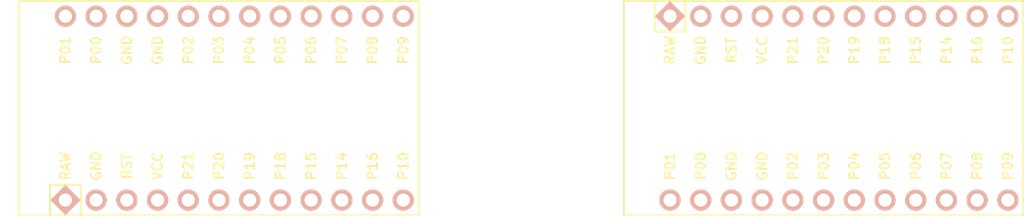
<source format=kicad_pcb>


(kicad_pcb (version 20171130) (host pcbnew 5.1.6)

  (page A3)
  (title_block
    (title "pcb")
    (rev "v1.0.0")
    (company "Unknown")
  )

  (general
    (thickness 1.6)
  )

  (layers
    (0 F.Cu signal)
    (31 B.Cu signal)
    (32 B.Adhes user)
    (33 F.Adhes user)
    (34 B.Paste user)
    (35 F.Paste user)
    (36 B.SilkS user)
    (37 F.SilkS user)
    (38 B.Mask user)
    (39 F.Mask user)
    (40 Dwgs.User user)
    (41 Cmts.User user)
    (42 Eco1.User user)
    (43 Eco2.User user)
    (44 Edge.Cuts user)
    (45 Margin user)
    (46 B.CrtYd user)
    (47 F.CrtYd user)
    (48 B.Fab user)
    (49 F.Fab user)
  )

  (setup
    (last_trace_width 0.25)
    (trace_clearance 0.2)
    (zone_clearance 0.508)
    (zone_45_only no)
    (trace_min 0.2)
    (via_size 0.8)
    (via_drill 0.4)
    (via_min_size 0.4)
    (via_min_drill 0.3)
    (uvia_size 0.3)
    (uvia_drill 0.1)
    (uvias_allowed no)
    (uvia_min_size 0.2)
    (uvia_min_drill 0.1)
    (edge_width 0.05)
    (segment_width 0.2)
    (pcb_text_width 0.3)
    (pcb_text_size 1.5 1.5)
    (mod_edge_width 0.12)
    (mod_text_size 1 1)
    (mod_text_width 0.15)
    (pad_size 1.524 1.524)
    (pad_drill 0.762)
    (pad_to_mask_clearance 0.05)
    (aux_axis_origin 0 0)
    (visible_elements FFFFFF7F)
    (pcbplotparams
      (layerselection 0x010fc_ffffffff)
      (usegerberextensions false)
      (usegerberattributes true)
      (usegerberadvancedattributes true)
      (creategerberjobfile true)
      (excludeedgelayer true)
      (linewidth 0.100000)
      (plotframeref false)
      (viasonmask false)
      (mode 1)
      (useauxorigin false)
      (hpglpennumber 1)
      (hpglpenspeed 20)
      (hpglpendiameter 15.000000)
      (psnegative false)
      (psa4output false)
      (plotreference true)
      (plotvalue true)
      (plotinvisibletext false)
      (padsonsilk false)
      (subtractmaskfromsilk false)
      (outputformat 1)
      (mirror false)
      (drillshape 1)
      (scaleselection 1)
      (outputdirectory ""))
  )

  (net 0 "")
(net 1 "RAW")
(net 2 "GND")
(net 3 "RST")
(net 4 "VCC")
(net 5 "P21")
(net 6 "P20")
(net 7 "P19")
(net 8 "P18")
(net 9 "P15")
(net 10 "P14")
(net 11 "P16")
(net 12 "P10")
(net 13 "P1")
(net 14 "P0")
(net 15 "P2")
(net 16 "P3")
(net 17 "P4")
(net 18 "P5")
(net 19 "P6")
(net 20 "P7")
(net 21 "P8")
(net 22 "P9")

  (net_class Default "This is the default net class."
    (clearance 0.2)
    (trace_width 0.25)
    (via_dia 0.8)
    (via_drill 0.4)
    (uvia_dia 0.3)
    (uvia_drill 0.1)
    (add_net "")
(add_net "RAW")
(add_net "GND")
(add_net "RST")
(add_net "VCC")
(add_net "P21")
(add_net "P20")
(add_net "P19")
(add_net "P18")
(add_net "P15")
(add_net "P14")
(add_net "P16")
(add_net "P10")
(add_net "P1")
(add_net "P0")
(add_net "P2")
(add_net "P3")
(add_net "P4")
(add_net "P5")
(add_net "P6")
(add_net "P7")
(add_net "P8")
(add_net "P9")
  )

  
      (module ProMicro (layer F.Cu) (tedit 5B307E4C)
      (at 0 0 0)

      
      (fp_text reference "MCU1" (at 0 0) (layer F.SilkS) hide (effects (font (size 1.27 1.27) (thickness 0.15))))
      (fp_text value "" (at 0 0) (layer F.SilkS) hide (effects (font (size 1.27 1.27) (thickness 0.15))))
    
      
      (fp_line (start -19.304 -3.81) (end -14.224 -3.81) (layer Dwgs.User) (width 0.15))
      (fp_line (start -19.304 3.81) (end -19.304 -3.81) (layer Dwgs.User) (width 0.15))
      (fp_line (start -14.224 3.81) (end -19.304 3.81) (layer Dwgs.User) (width 0.15))
      (fp_line (start -14.224 -3.81) (end -14.224 3.81) (layer Dwgs.User) (width 0.15))
    
      
      (fp_line (start -17.78 8.89) (end 15.24 8.89) (layer F.SilkS) (width 0.15))
      (fp_line (start 15.24 8.89) (end 15.24 -8.89) (layer F.SilkS) (width 0.15))
      (fp_line (start 15.24 -8.89) (end -17.78 -8.89) (layer F.SilkS) (width 0.15))
      (fp_line (start -17.78 -8.89) (end -17.78 8.89) (layer F.SilkS) (width 0.15))
      
(fp_line (start -15.24 6.35) (end -12.70 6.35) (layer F.SilkS) (width 0.15))
(fp_line (start -15.24 6.35) (end -15.24 8.89) (layer F.SilkS) (width 0.15))
(fp_line (start -12.70 6.35) (end -12.70 8.89) (layer F.SilkS) (width 0.15))
(fp_text user RAW (at -13.97 4.80 90) (layer F.SilkS) (effects (font (size 0.8 0.8) (thickness 0.15))))
(fp_text user GND (at -11.43 4.80 90) (layer F.SilkS) (effects (font (size 0.8 0.8) (thickness 0.15))))
(fp_text user RST (at -8.89 4.80 90) (layer F.SilkS) (effects (font (size 0.8 0.8) (thickness 0.15))))
(fp_text user VCC (at -6.35 4.80 90) (layer F.SilkS) (effects (font (size 0.8 0.8) (thickness 0.15))))
(fp_text user P21 (at -3.81 4.80 90) (layer F.SilkS) (effects (font (size 0.8 0.8) (thickness 0.15))))
(fp_text user P20 (at -1.27 4.80 90) (layer F.SilkS) (effects (font (size 0.8 0.8) (thickness 0.15))))
(fp_text user P19 (at 1.27 4.80 90) (layer F.SilkS) (effects (font (size 0.8 0.8) (thickness 0.15))))
(fp_text user P18 (at 3.81 4.80 90) (layer F.SilkS) (effects (font (size 0.8 0.8) (thickness 0.15))))
(fp_text user P15 (at 6.35 4.80 90) (layer F.SilkS) (effects (font (size 0.8 0.8) (thickness 0.15))))
(fp_text user P14 (at 8.89 4.80 90) (layer F.SilkS) (effects (font (size 0.8 0.8) (thickness 0.15))))
(fp_text user P16 (at 11.43 4.80 90) (layer F.SilkS) (effects (font (size 0.8 0.8) (thickness 0.15))))
(fp_text user P10 (at 13.97 4.80 90) (layer F.SilkS) (effects (font (size 0.8 0.8) (thickness 0.15))))
(fp_text user P01 (at -13.97 -4.80 90) (layer F.SilkS) (effects (font (size 0.8 0.8) (thickness 0.15))))
(fp_text user P00 (at -11.43 -4.80 90) (layer F.SilkS) (effects (font (size 0.8 0.8) (thickness 0.15))))
(fp_text user GND (at -8.89 -4.80 90) (layer F.SilkS) (effects (font (size 0.8 0.8) (thickness 0.15))))
(fp_text user GND (at -6.35 -4.80 90) (layer F.SilkS) (effects (font (size 0.8 0.8) (thickness 0.15))))
(fp_text user P02 (at -3.81 -4.80 90) (layer F.SilkS) (effects (font (size 0.8 0.8) (thickness 0.15))))
(fp_text user P03 (at -1.27 -4.80 90) (layer F.SilkS) (effects (font (size 0.8 0.8) (thickness 0.15))))
(fp_text user P04 (at 1.27 -4.80 90) (layer F.SilkS) (effects (font (size 0.8 0.8) (thickness 0.15))))
(fp_text user P05 (at 3.81 -4.80 90) (layer F.SilkS) (effects (font (size 0.8 0.8) (thickness 0.15))))
(fp_text user P06 (at 6.35 -4.80 90) (layer F.SilkS) (effects (font (size 0.8 0.8) (thickness 0.15))))
(fp_text user P07 (at 8.89 -4.80 90) (layer F.SilkS) (effects (font (size 0.8 0.8) (thickness 0.15))))
(fp_text user P08 (at 11.43 -4.80 90) (layer F.SilkS) (effects (font (size 0.8 0.8) (thickness 0.15))))
(fp_text user P09 (at 13.97 -4.80 90) (layer F.SilkS) (effects (font (size 0.8 0.8) (thickness 0.15))))
(pad 1 thru_hole rect (at -13.97 7.62 45) (size 1.7526 1.7526) (drill 1.0922) (layers *.Cu *.SilkS *.Mask) (net 1 "RAW"))
(pad 2 thru_hole circle (at -11.43 7.62 0) (size 1.7526 1.7526) (drill 1.0922) (layers *.Cu *.SilkS *.Mask) (net 2 "GND"))
(pad 3 thru_hole circle (at -8.89 7.62 0) (size 1.7526 1.7526) (drill 1.0922) (layers *.Cu *.SilkS *.Mask) (net 3 "RST"))
(pad 4 thru_hole circle (at -6.35 7.62 0) (size 1.7526 1.7526) (drill 1.0922) (layers *.Cu *.SilkS *.Mask) (net 4 "VCC"))
(pad 5 thru_hole circle (at -3.81 7.62 0) (size 1.7526 1.7526) (drill 1.0922) (layers *.Cu *.SilkS *.Mask) (net 5 "P21"))
(pad 6 thru_hole circle (at -1.27 7.62 0) (size 1.7526 1.7526) (drill 1.0922) (layers *.Cu *.SilkS *.Mask) (net 6 "P20"))
(pad 7 thru_hole circle (at 1.27 7.62 0) (size 1.7526 1.7526) (drill 1.0922) (layers *.Cu *.SilkS *.Mask) (net 7 "P19"))
(pad 8 thru_hole circle (at 3.81 7.62 0) (size 1.7526 1.7526) (drill 1.0922) (layers *.Cu *.SilkS *.Mask) (net 8 "P18"))
(pad 9 thru_hole circle (at 6.35 7.62 0) (size 1.7526 1.7526) (drill 1.0922) (layers *.Cu *.SilkS *.Mask) (net 9 "P15"))
(pad 10 thru_hole circle (at 8.89 7.62 0) (size 1.7526 1.7526) (drill 1.0922) (layers *.Cu *.SilkS *.Mask) (net 10 "P14"))
(pad 11 thru_hole circle (at 11.43 7.62 0) (size 1.7526 1.7526) (drill 1.0922) (layers *.Cu *.SilkS *.Mask) (net 11 "P16"))
(pad 12 thru_hole circle (at 13.97 7.62 0) (size 1.7526 1.7526) (drill 1.0922) (layers *.Cu *.SilkS *.Mask) (net 12 "P10"))
(pad 13 thru_hole circle (at -13.97 -7.62 0) (size 1.7526 1.7526) (drill 1.0922) (layers *.Cu *.SilkS *.Mask) (net 13 "P1"))
(pad 14 thru_hole circle (at -11.43 -7.62 0) (size 1.7526 1.7526) (drill 1.0922) (layers *.Cu *.SilkS *.Mask) (net 14 "P0"))
(pad 15 thru_hole circle (at -8.89 -7.62 0) (size 1.7526 1.7526) (drill 1.0922) (layers *.Cu *.SilkS *.Mask) (net 2 "GND"))
(pad 16 thru_hole circle (at -6.35 -7.62 0) (size 1.7526 1.7526) (drill 1.0922) (layers *.Cu *.SilkS *.Mask) (net 2 "GND"))
(pad 17 thru_hole circle (at -3.81 -7.62 0) (size 1.7526 1.7526) (drill 1.0922) (layers *.Cu *.SilkS *.Mask) (net 15 "P2"))
(pad 18 thru_hole circle (at -1.27 -7.62 0) (size 1.7526 1.7526) (drill 1.0922) (layers *.Cu *.SilkS *.Mask) (net 16 "P3"))
(pad 19 thru_hole circle (at 1.27 -7.62 0) (size 1.7526 1.7526) (drill 1.0922) (layers *.Cu *.SilkS *.Mask) (net 17 "P4"))
(pad 20 thru_hole circle (at 3.81 -7.62 0) (size 1.7526 1.7526) (drill 1.0922) (layers *.Cu *.SilkS *.Mask) (net 18 "P5"))
(pad 21 thru_hole circle (at 6.35 -7.62 0) (size 1.7526 1.7526) (drill 1.0922) (layers *.Cu *.SilkS *.Mask) (net 19 "P6"))
(pad 22 thru_hole circle (at 8.89 -7.62 0) (size 1.7526 1.7526) (drill 1.0922) (layers *.Cu *.SilkS *.Mask) (net 20 "P7"))
(pad 23 thru_hole circle (at 11.43 -7.62 0) (size 1.7526 1.7526) (drill 1.0922) (layers *.Cu *.SilkS *.Mask) (net 21 "P8"))
(pad 24 thru_hole circle (at 13.97 -7.62 0) (size 1.7526 1.7526) (drill 1.0922) (layers *.Cu *.SilkS *.Mask) (net 22 "P9"))
)

      (module ProMicro (layer F.Cu) (tedit 5B307E4C)
      (at 50 0 0)

      
      (fp_text reference "MCU2" (at 0 0) (layer F.SilkS) hide (effects (font (size 1.27 1.27) (thickness 0.15))))
      (fp_text value "" (at 0 0) (layer F.SilkS) hide (effects (font (size 1.27 1.27) (thickness 0.15))))
    
      
      (fp_line (start -19.304 -3.81) (end -14.224 -3.81) (layer Dwgs.User) (width 0.15))
      (fp_line (start -19.304 3.81) (end -19.304 -3.81) (layer Dwgs.User) (width 0.15))
      (fp_line (start -14.224 3.81) (end -19.304 3.81) (layer Dwgs.User) (width 0.15))
      (fp_line (start -14.224 -3.81) (end -14.224 3.81) (layer Dwgs.User) (width 0.15))
    
      
      (fp_line (start -17.78 8.89) (end 15.24 8.89) (layer F.SilkS) (width 0.15))
      (fp_line (start 15.24 8.89) (end 15.24 -8.89) (layer F.SilkS) (width 0.15))
      (fp_line (start 15.24 -8.89) (end -17.78 -8.89) (layer F.SilkS) (width 0.15))
      (fp_line (start -17.78 -8.89) (end -17.78 8.89) (layer F.SilkS) (width 0.15))
      
(fp_line (start -12.70 -6.35) (end -15.24 -6.35) (layer F.SilkS) (width 0.15))
(fp_line (start -12.70 -6.35) (end -12.70 -8.89) (layer F.SilkS) (width 0.15))
(fp_line (start -15.24 -6.35) (end -15.24 -8.89) (layer F.SilkS) (width 0.15))
(fp_text user RAW (at -13.97 -4.80 90) (layer F.SilkS) (effects (font (size 0.8 0.8) (thickness 0.15))))
(fp_text user GND (at -11.43 -4.80 90) (layer F.SilkS) (effects (font (size 0.8 0.8) (thickness 0.15))))
(fp_text user RST (at -8.89 -4.80 90) (layer F.SilkS) (effects (font (size 0.8 0.8) (thickness 0.15))))
(fp_text user VCC (at -6.35 -4.80 90) (layer F.SilkS) (effects (font (size 0.8 0.8) (thickness 0.15))))
(fp_text user P21 (at -3.81 -4.80 90) (layer F.SilkS) (effects (font (size 0.8 0.8) (thickness 0.15))))
(fp_text user P20 (at -1.27 -4.80 90) (layer F.SilkS) (effects (font (size 0.8 0.8) (thickness 0.15))))
(fp_text user P19 (at 1.27 -4.80 90) (layer F.SilkS) (effects (font (size 0.8 0.8) (thickness 0.15))))
(fp_text user P18 (at 3.81 -4.80 90) (layer F.SilkS) (effects (font (size 0.8 0.8) (thickness 0.15))))
(fp_text user P15 (at 6.35 -4.80 90) (layer F.SilkS) (effects (font (size 0.8 0.8) (thickness 0.15))))
(fp_text user P14 (at 8.89 -4.80 90) (layer F.SilkS) (effects (font (size 0.8 0.8) (thickness 0.15))))
(fp_text user P16 (at 11.43 -4.80 90) (layer F.SilkS) (effects (font (size 0.8 0.8) (thickness 0.15))))
(fp_text user P10 (at 13.97 -4.80 90) (layer F.SilkS) (effects (font (size 0.8 0.8) (thickness 0.15))))
(fp_text user P01 (at -13.97 4.80 90) (layer F.SilkS) (effects (font (size 0.8 0.8) (thickness 0.15))))
(fp_text user P00 (at -11.43 4.80 90) (layer F.SilkS) (effects (font (size 0.8 0.8) (thickness 0.15))))
(fp_text user GND (at -8.89 4.80 90) (layer F.SilkS) (effects (font (size 0.8 0.8) (thickness 0.15))))
(fp_text user GND (at -6.35 4.80 90) (layer F.SilkS) (effects (font (size 0.8 0.8) (thickness 0.15))))
(fp_text user P02 (at -3.81 4.80 90) (layer F.SilkS) (effects (font (size 0.8 0.8) (thickness 0.15))))
(fp_text user P03 (at -1.27 4.80 90) (layer F.SilkS) (effects (font (size 0.8 0.8) (thickness 0.15))))
(fp_text user P04 (at 1.27 4.80 90) (layer F.SilkS) (effects (font (size 0.8 0.8) (thickness 0.15))))
(fp_text user P05 (at 3.81 4.80 90) (layer F.SilkS) (effects (font (size 0.8 0.8) (thickness 0.15))))
(fp_text user P06 (at 6.35 4.80 90) (layer F.SilkS) (effects (font (size 0.8 0.8) (thickness 0.15))))
(fp_text user P07 (at 8.89 4.80 90) (layer F.SilkS) (effects (font (size 0.8 0.8) (thickness 0.15))))
(fp_text user P08 (at 11.43 4.80 90) (layer F.SilkS) (effects (font (size 0.8 0.8) (thickness 0.15))))
(fp_text user P09 (at 13.97 4.80 90) (layer F.SilkS) (effects (font (size 0.8 0.8) (thickness 0.15))))
(pad 1 thru_hole rect (at -13.97 -7.62 45) (size 1.7526 1.7526) (drill 1.0922) (layers *.Cu *.SilkS *.Mask) (net 1 "RAW"))
(pad 2 thru_hole circle (at -11.43 -7.62 0) (size 1.7526 1.7526) (drill 1.0922) (layers *.Cu *.SilkS *.Mask) (net 2 "GND"))
(pad 3 thru_hole circle (at -8.89 -7.62 0) (size 1.7526 1.7526) (drill 1.0922) (layers *.Cu *.SilkS *.Mask) (net 3 "RST"))
(pad 4 thru_hole circle (at -6.35 -7.62 0) (size 1.7526 1.7526) (drill 1.0922) (layers *.Cu *.SilkS *.Mask) (net 4 "VCC"))
(pad 5 thru_hole circle (at -3.81 -7.62 0) (size 1.7526 1.7526) (drill 1.0922) (layers *.Cu *.SilkS *.Mask) (net 5 "P21"))
(pad 6 thru_hole circle (at -1.27 -7.62 0) (size 1.7526 1.7526) (drill 1.0922) (layers *.Cu *.SilkS *.Mask) (net 6 "P20"))
(pad 7 thru_hole circle (at 1.27 -7.62 0) (size 1.7526 1.7526) (drill 1.0922) (layers *.Cu *.SilkS *.Mask) (net 7 "P19"))
(pad 8 thru_hole circle (at 3.81 -7.62 0) (size 1.7526 1.7526) (drill 1.0922) (layers *.Cu *.SilkS *.Mask) (net 8 "P18"))
(pad 9 thru_hole circle (at 6.35 -7.62 0) (size 1.7526 1.7526) (drill 1.0922) (layers *.Cu *.SilkS *.Mask) (net 9 "P15"))
(pad 10 thru_hole circle (at 8.89 -7.62 0) (size 1.7526 1.7526) (drill 1.0922) (layers *.Cu *.SilkS *.Mask) (net 10 "P14"))
(pad 11 thru_hole circle (at 11.43 -7.62 0) (size 1.7526 1.7526) (drill 1.0922) (layers *.Cu *.SilkS *.Mask) (net 11 "P16"))
(pad 12 thru_hole circle (at 13.97 -7.62 0) (size 1.7526 1.7526) (drill 1.0922) (layers *.Cu *.SilkS *.Mask) (net 12 "P10"))
(pad 13 thru_hole circle (at -13.97 7.62 0) (size 1.7526 1.7526) (drill 1.0922) (layers *.Cu *.SilkS *.Mask) (net 13 "P1"))
(pad 14 thru_hole circle (at -11.43 7.62 0) (size 1.7526 1.7526) (drill 1.0922) (layers *.Cu *.SilkS *.Mask) (net 14 "P0"))
(pad 15 thru_hole circle (at -8.89 7.62 0) (size 1.7526 1.7526) (drill 1.0922) (layers *.Cu *.SilkS *.Mask) (net 2 "GND"))
(pad 16 thru_hole circle (at -6.35 7.62 0) (size 1.7526 1.7526) (drill 1.0922) (layers *.Cu *.SilkS *.Mask) (net 2 "GND"))
(pad 17 thru_hole circle (at -3.81 7.62 0) (size 1.7526 1.7526) (drill 1.0922) (layers *.Cu *.SilkS *.Mask) (net 15 "P2"))
(pad 18 thru_hole circle (at -1.27 7.62 0) (size 1.7526 1.7526) (drill 1.0922) (layers *.Cu *.SilkS *.Mask) (net 16 "P3"))
(pad 19 thru_hole circle (at 1.27 7.62 0) (size 1.7526 1.7526) (drill 1.0922) (layers *.Cu *.SilkS *.Mask) (net 17 "P4"))
(pad 20 thru_hole circle (at 3.81 7.62 0) (size 1.7526 1.7526) (drill 1.0922) (layers *.Cu *.SilkS *.Mask) (net 18 "P5"))
(pad 21 thru_hole circle (at 6.35 7.62 0) (size 1.7526 1.7526) (drill 1.0922) (layers *.Cu *.SilkS *.Mask) (net 19 "P6"))
(pad 22 thru_hole circle (at 8.89 7.62 0) (size 1.7526 1.7526) (drill 1.0922) (layers *.Cu *.SilkS *.Mask) (net 20 "P7"))
(pad 23 thru_hole circle (at 11.43 7.62 0) (size 1.7526 1.7526) (drill 1.0922) (layers *.Cu *.SilkS *.Mask) (net 21 "P8"))
(pad 24 thru_hole circle (at 13.97 7.62 0) (size 1.7526 1.7526) (drill 1.0922) (layers *.Cu *.SilkS *.Mask) (net 22 "P9"))
)
  

)


</source>
